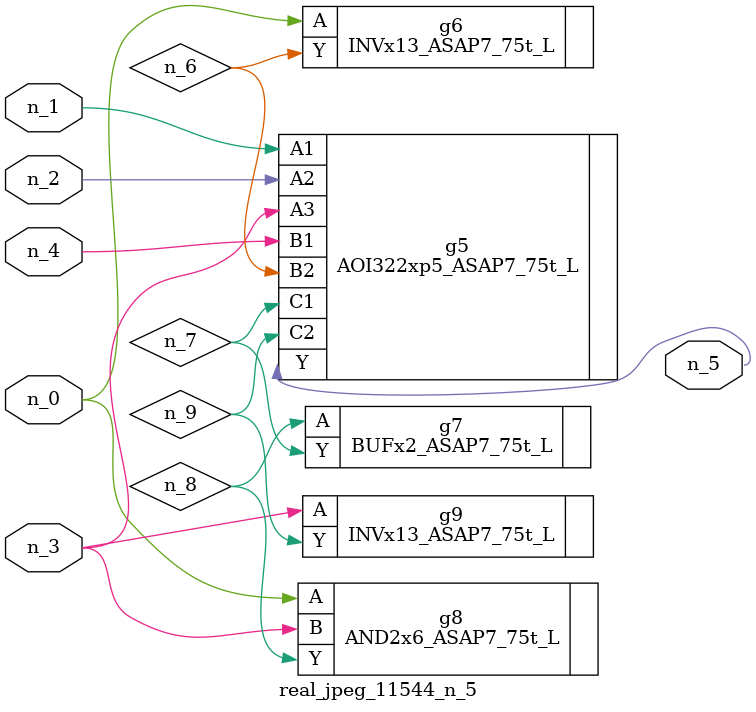
<source format=v>
module real_jpeg_11544_n_5 (n_4, n_0, n_1, n_2, n_3, n_5);

input n_4;
input n_0;
input n_1;
input n_2;
input n_3;

output n_5;

wire n_8;
wire n_6;
wire n_7;
wire n_9;

INVx13_ASAP7_75t_L g6 ( 
.A(n_0),
.Y(n_6)
);

AND2x6_ASAP7_75t_L g8 ( 
.A(n_0),
.B(n_3),
.Y(n_8)
);

AOI322xp5_ASAP7_75t_L g5 ( 
.A1(n_1),
.A2(n_2),
.A3(n_3),
.B1(n_4),
.B2(n_6),
.C1(n_7),
.C2(n_9),
.Y(n_5)
);

INVx13_ASAP7_75t_L g9 ( 
.A(n_3),
.Y(n_9)
);

BUFx2_ASAP7_75t_L g7 ( 
.A(n_8),
.Y(n_7)
);


endmodule
</source>
